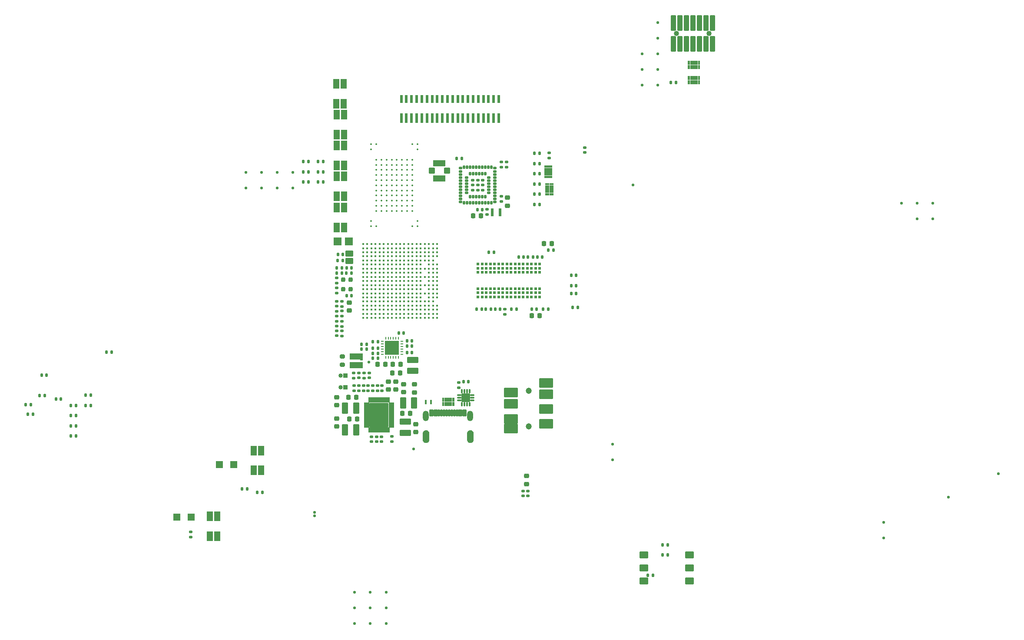
<source format=gbr>
%TF.GenerationSoftware,KiCad,Pcbnew,9.0.2*%
%TF.CreationDate,2025-06-19T13:39:27-06:00*%
%TF.ProjectId,MPU_MOD,4d50555f-4d4f-4442-9e6b-696361645f70,rev?*%
%TF.SameCoordinates,Original*%
%TF.FileFunction,Soldermask,Top*%
%TF.FilePolarity,Negative*%
%FSLAX46Y46*%
G04 Gerber Fmt 4.6, Leading zero omitted, Abs format (unit mm)*
G04 Created by KiCad (PCBNEW 9.0.2) date 2025-06-19 13:39:27*
%MOMM*%
%LPD*%
G01*
G04 APERTURE LIST*
G04 Aperture macros list*
%AMRoundRect*
0 Rectangle with rounded corners*
0 $1 Rounding radius*
0 $2 $3 $4 $5 $6 $7 $8 $9 X,Y pos of 4 corners*
0 Add a 4 corners polygon primitive as box body*
4,1,4,$2,$3,$4,$5,$6,$7,$8,$9,$2,$3,0*
0 Add four circle primitives for the rounded corners*
1,1,$1+$1,$2,$3*
1,1,$1+$1,$4,$5*
1,1,$1+$1,$6,$7*
1,1,$1+$1,$8,$9*
0 Add four rect primitives between the rounded corners*
20,1,$1+$1,$2,$3,$4,$5,0*
20,1,$1+$1,$4,$5,$6,$7,0*
20,1,$1+$1,$6,$7,$8,$9,0*
20,1,$1+$1,$8,$9,$2,$3,0*%
G04 Aperture macros list end*
%ADD10C,0.010000*%
%ADD11RoundRect,0.140000X-0.170000X0.140000X-0.170000X-0.140000X0.170000X-0.140000X0.170000X0.140000X0*%
%ADD12RoundRect,0.125000X-0.125000X-0.125000X0.125000X-0.125000X0.125000X0.125000X-0.125000X0.125000X0*%
%ADD13RoundRect,0.102000X-0.625000X0.500000X-0.625000X-0.500000X0.625000X-0.500000X0.625000X0.500000X0*%
%ADD14RoundRect,0.140000X0.170000X-0.140000X0.170000X0.140000X-0.170000X0.140000X-0.170000X-0.140000X0*%
%ADD15RoundRect,0.135000X-0.135000X-0.185000X0.135000X-0.185000X0.135000X0.185000X-0.135000X0.185000X0*%
%ADD16C,0.420000*%
%ADD17RoundRect,0.135000X-0.185000X0.135000X-0.185000X-0.135000X0.185000X-0.135000X0.185000X0.135000X0*%
%ADD18RoundRect,0.102000X-0.525000X0.825000X-0.525000X-0.825000X0.525000X-0.825000X0.525000X0.825000X0*%
%ADD19C,1.104000*%
%ADD20RoundRect,0.225000X-0.250000X0.225000X-0.250000X-0.225000X0.250000X-0.225000X0.250000X0.225000X0*%
%ADD21RoundRect,0.225000X-0.225000X-0.250000X0.225000X-0.250000X0.225000X0.250000X-0.225000X0.250000X0*%
%ADD22RoundRect,0.140000X0.140000X0.170000X-0.140000X0.170000X-0.140000X-0.170000X0.140000X-0.170000X0*%
%ADD23RoundRect,0.147500X-0.172500X0.147500X-0.172500X-0.147500X0.172500X-0.147500X0.172500X0.147500X0*%
%ADD24RoundRect,0.225000X0.225000X0.250000X-0.225000X0.250000X-0.225000X-0.250000X0.225000X-0.250000X0*%
%ADD25RoundRect,0.140000X-0.140000X-0.170000X0.140000X-0.170000X0.140000X0.170000X-0.140000X0.170000X0*%
%ADD26RoundRect,0.135000X0.135000X0.185000X-0.135000X0.185000X-0.135000X-0.185000X0.135000X-0.185000X0*%
%ADD27RoundRect,0.250000X0.375000X0.850000X-0.375000X0.850000X-0.375000X-0.850000X0.375000X-0.850000X0*%
%ADD28C,1.200000*%
%ADD29RoundRect,0.102000X-1.250000X-0.800000X1.250000X-0.800000X1.250000X0.800000X-1.250000X0.800000X0*%
%ADD30RoundRect,0.054250X0.467750X0.162750X-0.467750X0.162750X-0.467750X-0.162750X0.467750X-0.162750X0*%
%ADD31RoundRect,0.054250X0.162750X0.467750X-0.162750X0.467750X-0.162750X-0.467750X0.162750X-0.467750X0*%
%ADD32RoundRect,0.102000X1.750000X2.250000X-1.750000X2.250000X-1.750000X-2.250000X1.750000X-2.250000X0*%
%ADD33RoundRect,0.102000X0.302400X0.089300X-0.302400X0.089300X-0.302400X-0.089300X0.302400X-0.089300X0*%
%ADD34RoundRect,0.102000X0.089300X0.302400X-0.089300X0.302400X-0.089300X-0.302400X0.089300X-0.302400X0*%
%ADD35RoundRect,0.102000X0.723900X0.723900X-0.723900X0.723900X-0.723900X-0.723900X0.723900X-0.723900X0*%
%ADD36RoundRect,0.250000X-0.375000X-0.850000X0.375000X-0.850000X0.375000X0.850000X-0.375000X0.850000X0*%
%ADD37R,0.850000X0.850000*%
%ADD38C,0.850000*%
%ADD39RoundRect,0.076200X0.500000X-0.500000X0.500000X0.500000X-0.500000X0.500000X-0.500000X-0.500000X0*%
%ADD40RoundRect,0.076200X1.100000X-0.525000X1.100000X0.525000X-1.100000X0.525000X-1.100000X-0.525000X0*%
%ADD41RoundRect,0.250000X-0.850000X0.375000X-0.850000X-0.375000X0.850000X-0.375000X0.850000X0.375000X0*%
%ADD42RoundRect,0.102000X-0.600000X-0.600000X0.600000X-0.600000X0.600000X0.600000X-0.600000X0.600000X0*%
%ADD43R,0.600000X1.850000*%
%ADD44R,0.600000X1.650000*%
%ADD45RoundRect,0.135000X0.185000X-0.135000X0.185000X0.135000X-0.185000X0.135000X-0.185000X-0.135000X0*%
%ADD46RoundRect,0.102000X-0.700000X-0.700000X0.700000X-0.700000X0.700000X0.700000X-0.700000X0.700000X0*%
%ADD47RoundRect,0.125000X-0.125000X0.125000X-0.125000X-0.125000X0.125000X-0.125000X0.125000X0.125000X0*%
%ADD48RoundRect,0.225000X0.250000X-0.225000X0.250000X0.225000X-0.250000X0.225000X-0.250000X-0.225000X0*%
%ADD49R,0.406400X0.838200*%
%ADD50RoundRect,0.137500X0.137500X0.662500X-0.137500X0.662500X-0.137500X-0.662500X0.137500X-0.662500X0*%
%ADD51RoundRect,0.102000X0.225000X-0.150000X0.225000X0.150000X-0.225000X0.150000X-0.225000X-0.150000X0*%
%ADD52RoundRect,0.102000X0.150000X-0.225000X0.150000X0.225000X-0.150000X0.225000X-0.150000X-0.225000X0*%
%ADD53RoundRect,0.102000X-0.300000X-0.575000X0.300000X-0.575000X0.300000X0.575000X-0.300000X0.575000X0*%
%ADD54RoundRect,0.102000X-0.150000X-0.575000X0.150000X-0.575000X0.150000X0.575000X-0.150000X0.575000X0*%
%ADD55O,1.204000X2.004000*%
%ADD56RoundRect,0.218750X0.256250X-0.218750X0.256250X0.218750X-0.256250X0.218750X-0.256250X-0.218750X0*%
%ADD57RoundRect,0.200000X-0.200000X-0.250000X0.200000X-0.250000X0.200000X0.250000X-0.200000X0.250000X0*%
%ADD58RoundRect,0.147500X0.172500X-0.147500X0.172500X0.147500X-0.172500X0.147500X-0.172500X-0.147500X0*%
%ADD59C,0.620000*%
%ADD60RoundRect,0.200000X0.275000X-0.200000X0.275000X0.200000X-0.275000X0.200000X-0.275000X-0.200000X0*%
%ADD61RoundRect,0.102000X-0.750000X-0.550000X0.750000X-0.550000X0.750000X0.550000X-0.750000X0.550000X0*%
%ADD62RoundRect,0.016240X-0.215760X0.665760X-0.215760X-0.665760X0.215760X-0.665760X0.215760X0.665760X0*%
%ADD63RoundRect,0.016240X-0.215760X0.590760X-0.215760X-0.590760X0.215760X-0.590760X0.215760X0.590760X0*%
%ADD64O,0.240000X0.599999*%
%ADD65O,0.599999X0.240000*%
%ADD66R,2.700000X2.700000*%
%ADD67C,0.499999*%
%ADD68C,1.020000*%
%ADD69RoundRect,0.102000X-0.370000X-1.395000X0.370000X-1.395000X0.370000X1.395000X-0.370000X1.395000X0*%
%ADD70C,0.355600*%
G04 APERTURE END LIST*
D10*
%TO.C,U502*%
X110440000Y-46675900D02*
X109760000Y-46675900D01*
X109760000Y-46375900D01*
X110440000Y-46375900D01*
X110440000Y-46675900D01*
G36*
X110440000Y-46675900D02*
G01*
X109760000Y-46675900D01*
X109760000Y-46375900D01*
X110440000Y-46375900D01*
X110440000Y-46675900D01*
G37*
X110440000Y-47175900D02*
X109760000Y-47175900D01*
X109760000Y-46875900D01*
X110440000Y-46875900D01*
X110440000Y-47175900D01*
G36*
X110440000Y-47175900D02*
G01*
X109760000Y-47175900D01*
X109760000Y-46875900D01*
X110440000Y-46875900D01*
X110440000Y-47175900D01*
G37*
X110440000Y-47775900D02*
X109760000Y-47775900D01*
X109760000Y-47275900D01*
X110440000Y-47275900D01*
X110440000Y-47775900D01*
G36*
X110440000Y-47775900D02*
G01*
X109760000Y-47775900D01*
X109760000Y-47275900D01*
X110440000Y-47275900D01*
X110440000Y-47775900D01*
G37*
X110440000Y-48175900D02*
X109760000Y-48175900D01*
X109760000Y-47875900D01*
X110440000Y-47875900D01*
X110440000Y-48175900D01*
G36*
X110440000Y-48175900D02*
G01*
X109760000Y-48175900D01*
X109760000Y-47875900D01*
X110440000Y-47875900D01*
X110440000Y-48175900D01*
G37*
X110440000Y-48675900D02*
X109760000Y-48675900D01*
X109760000Y-48375900D01*
X110440000Y-48375900D01*
X110440000Y-48675900D01*
G36*
X110440000Y-48675900D02*
G01*
X109760000Y-48675900D01*
X109760000Y-48375900D01*
X110440000Y-48375900D01*
X110440000Y-48675900D01*
G37*
X111260000Y-46675900D02*
X110580000Y-46675900D01*
X110580000Y-46375900D01*
X111260000Y-46375900D01*
X111260000Y-46675900D01*
G36*
X111260000Y-46675900D02*
G01*
X110580000Y-46675900D01*
X110580000Y-46375900D01*
X111260000Y-46375900D01*
X111260000Y-46675900D01*
G37*
X111260000Y-47175900D02*
X110580000Y-47175900D01*
X110580000Y-46875900D01*
X111260000Y-46875900D01*
X111260000Y-47175900D01*
G36*
X111260000Y-47175900D02*
G01*
X110580000Y-47175900D01*
X110580000Y-46875900D01*
X111260000Y-46875900D01*
X111260000Y-47175900D01*
G37*
X111260000Y-47775900D02*
X110580000Y-47775900D01*
X110580000Y-47275900D01*
X111260000Y-47275900D01*
X111260000Y-47775900D01*
G36*
X111260000Y-47775900D02*
G01*
X110580000Y-47775900D01*
X110580000Y-47275900D01*
X111260000Y-47275900D01*
X111260000Y-47775900D01*
G37*
X111260000Y-48175900D02*
X110580000Y-48175900D01*
X110580000Y-47875900D01*
X111260000Y-47875900D01*
X111260000Y-48175900D01*
G36*
X111260000Y-48175900D02*
G01*
X110580000Y-48175900D01*
X110580000Y-47875900D01*
X111260000Y-47875900D01*
X111260000Y-48175900D01*
G37*
X111260000Y-48675900D02*
X110580000Y-48675900D01*
X110580000Y-48375900D01*
X111260000Y-48375900D01*
X111260000Y-48675900D01*
G36*
X111260000Y-48675900D02*
G01*
X110580000Y-48675900D01*
X110580000Y-48375900D01*
X111260000Y-48375900D01*
X111260000Y-48675900D01*
G37*
%TO.C,U503*%
X110623415Y-50075900D02*
X109943415Y-50075900D01*
X109943415Y-49775900D01*
X110623415Y-49775900D01*
X110623415Y-50075900D01*
G36*
X110623415Y-50075900D02*
G01*
X109943415Y-50075900D01*
X109943415Y-49775900D01*
X110623415Y-49775900D01*
X110623415Y-50075900D01*
G37*
X110623415Y-50575900D02*
X109943415Y-50575900D01*
X109943415Y-50275900D01*
X110623415Y-50275900D01*
X110623415Y-50575900D01*
G36*
X110623415Y-50575900D02*
G01*
X109943415Y-50575900D01*
X109943415Y-50275900D01*
X110623415Y-50275900D01*
X110623415Y-50575900D01*
G37*
X110623415Y-51175900D02*
X109943415Y-51175900D01*
X109943415Y-50675900D01*
X110623415Y-50675900D01*
X110623415Y-51175900D01*
G36*
X110623415Y-51175900D02*
G01*
X109943415Y-51175900D01*
X109943415Y-50675900D01*
X110623415Y-50675900D01*
X110623415Y-51175900D01*
G37*
X110623415Y-51575900D02*
X109943415Y-51575900D01*
X109943415Y-51275900D01*
X110623415Y-51275900D01*
X110623415Y-51575900D01*
G36*
X110623415Y-51575900D02*
G01*
X109943415Y-51575900D01*
X109943415Y-51275900D01*
X110623415Y-51275900D01*
X110623415Y-51575900D01*
G37*
X110623415Y-52075900D02*
X109943415Y-52075900D01*
X109943415Y-51775900D01*
X110623415Y-51775900D01*
X110623415Y-52075900D01*
G36*
X110623415Y-52075900D02*
G01*
X109943415Y-52075900D01*
X109943415Y-51775900D01*
X110623415Y-51775900D01*
X110623415Y-52075900D01*
G37*
X111443415Y-50075900D02*
X110763415Y-50075900D01*
X110763415Y-49775900D01*
X111443415Y-49775900D01*
X111443415Y-50075900D01*
G36*
X111443415Y-50075900D02*
G01*
X110763415Y-50075900D01*
X110763415Y-49775900D01*
X111443415Y-49775900D01*
X111443415Y-50075900D01*
G37*
X111443415Y-50575900D02*
X110763415Y-50575900D01*
X110763415Y-50275900D01*
X111443415Y-50275900D01*
X111443415Y-50575900D01*
G36*
X111443415Y-50575900D02*
G01*
X110763415Y-50575900D01*
X110763415Y-50275900D01*
X111443415Y-50275900D01*
X111443415Y-50575900D01*
G37*
X111443415Y-51175900D02*
X110763415Y-51175900D01*
X110763415Y-50675900D01*
X111443415Y-50675900D01*
X111443415Y-51175900D01*
G36*
X111443415Y-51175900D02*
G01*
X110763415Y-51175900D01*
X110763415Y-50675900D01*
X111443415Y-50675900D01*
X111443415Y-51175900D01*
G37*
X111443415Y-51575900D02*
X110763415Y-51575900D01*
X110763415Y-51275900D01*
X111443415Y-51275900D01*
X111443415Y-51575900D01*
G36*
X111443415Y-51575900D02*
G01*
X110763415Y-51575900D01*
X110763415Y-51275900D01*
X111443415Y-51275900D01*
X111443415Y-51575900D01*
G37*
X111443415Y-52075900D02*
X110763415Y-52075900D01*
X110763415Y-51775900D01*
X111443415Y-51775900D01*
X111443415Y-52075900D01*
G36*
X111443415Y-52075900D02*
G01*
X110763415Y-52075900D01*
X110763415Y-51775900D01*
X111443415Y-51775900D01*
X111443415Y-52075900D01*
G37*
%TO.C,U702*%
X138050000Y-29570000D02*
X137750000Y-29570000D01*
X137750000Y-28890000D01*
X138050000Y-28890000D01*
X138050000Y-29570000D01*
G36*
X138050000Y-29570000D02*
G01*
X137750000Y-29570000D01*
X137750000Y-28890000D01*
X138050000Y-28890000D01*
X138050000Y-29570000D01*
G37*
X138050000Y-30390000D02*
X137750000Y-30390000D01*
X137750000Y-29710000D01*
X138050000Y-29710000D01*
X138050000Y-30390000D01*
G36*
X138050000Y-30390000D02*
G01*
X137750000Y-30390000D01*
X137750000Y-29710000D01*
X138050000Y-29710000D01*
X138050000Y-30390000D01*
G37*
X138550000Y-29570000D02*
X138250000Y-29570000D01*
X138250000Y-28890000D01*
X138550000Y-28890000D01*
X138550000Y-29570000D01*
G36*
X138550000Y-29570000D02*
G01*
X138250000Y-29570000D01*
X138250000Y-28890000D01*
X138550000Y-28890000D01*
X138550000Y-29570000D01*
G37*
X138550000Y-30390000D02*
X138250000Y-30390000D01*
X138250000Y-29710000D01*
X138550000Y-29710000D01*
X138550000Y-30390000D01*
G36*
X138550000Y-30390000D02*
G01*
X138250000Y-30390000D01*
X138250000Y-29710000D01*
X138550000Y-29710000D01*
X138550000Y-30390000D01*
G37*
X139150000Y-29570000D02*
X138650000Y-29570000D01*
X138650000Y-28890000D01*
X139150000Y-28890000D01*
X139150000Y-29570000D01*
G36*
X139150000Y-29570000D02*
G01*
X138650000Y-29570000D01*
X138650000Y-28890000D01*
X139150000Y-28890000D01*
X139150000Y-29570000D01*
G37*
X139150000Y-30390000D02*
X138650000Y-30390000D01*
X138650000Y-29710000D01*
X139150000Y-29710000D01*
X139150000Y-30390000D01*
G36*
X139150000Y-30390000D02*
G01*
X138650000Y-30390000D01*
X138650000Y-29710000D01*
X139150000Y-29710000D01*
X139150000Y-30390000D01*
G37*
X139550000Y-29570000D02*
X139250000Y-29570000D01*
X139250000Y-28890000D01*
X139550000Y-28890000D01*
X139550000Y-29570000D01*
G36*
X139550000Y-29570000D02*
G01*
X139250000Y-29570000D01*
X139250000Y-28890000D01*
X139550000Y-28890000D01*
X139550000Y-29570000D01*
G37*
X139550000Y-30390000D02*
X139250000Y-30390000D01*
X139250000Y-29710000D01*
X139550000Y-29710000D01*
X139550000Y-30390000D01*
G36*
X139550000Y-30390000D02*
G01*
X139250000Y-30390000D01*
X139250000Y-29710000D01*
X139550000Y-29710000D01*
X139550000Y-30390000D01*
G37*
X140050000Y-29570000D02*
X139750000Y-29570000D01*
X139750000Y-28890000D01*
X140050000Y-28890000D01*
X140050000Y-29570000D01*
G36*
X140050000Y-29570000D02*
G01*
X139750000Y-29570000D01*
X139750000Y-28890000D01*
X140050000Y-28890000D01*
X140050000Y-29570000D01*
G37*
X140050000Y-30390000D02*
X139750000Y-30390000D01*
X139750000Y-29710000D01*
X140050000Y-29710000D01*
X140050000Y-30390000D01*
G36*
X140050000Y-30390000D02*
G01*
X139750000Y-30390000D01*
X139750000Y-29710000D01*
X140050000Y-29710000D01*
X140050000Y-30390000D01*
G37*
%TO.C,J801*%
X86711000Y-97988500D02*
X86743000Y-97990500D01*
X86774000Y-97994500D01*
X86805000Y-98000500D01*
X86835000Y-98007500D01*
X86865000Y-98016500D01*
X86895000Y-98027500D01*
X86924000Y-98039500D01*
X86952000Y-98052500D01*
X86980000Y-98067500D01*
X87007000Y-98084500D01*
X87033000Y-98102500D01*
X87058000Y-98121500D01*
X87081000Y-98141500D01*
X87104000Y-98163500D01*
X87126000Y-98186500D01*
X87146000Y-98209500D01*
X87165000Y-98234500D01*
X87183000Y-98260500D01*
X87200000Y-98287500D01*
X87215000Y-98315500D01*
X87228000Y-98343500D01*
X87240000Y-98372500D01*
X87251000Y-98402500D01*
X87260000Y-98432500D01*
X87267000Y-98462500D01*
X87273000Y-98493500D01*
X87277000Y-98524500D01*
X87279000Y-98556500D01*
X87280000Y-98587500D01*
X87280000Y-99187500D01*
X87280000Y-99787500D01*
X87279000Y-99818500D01*
X87277000Y-99850500D01*
X87273000Y-99881500D01*
X87267000Y-99912500D01*
X87260000Y-99942500D01*
X87251000Y-99972500D01*
X87240000Y-100002500D01*
X87228000Y-100031500D01*
X87215000Y-100059500D01*
X87200000Y-100087500D01*
X87183000Y-100114500D01*
X87165000Y-100140500D01*
X87146000Y-100165500D01*
X87126000Y-100188500D01*
X87104000Y-100211500D01*
X87081000Y-100233500D01*
X87058000Y-100253500D01*
X87033000Y-100272500D01*
X87007000Y-100290500D01*
X86980000Y-100307500D01*
X86952000Y-100322500D01*
X86924000Y-100335500D01*
X86895000Y-100347500D01*
X86865000Y-100358500D01*
X86835000Y-100367500D01*
X86805000Y-100374500D01*
X86774000Y-100380500D01*
X86743000Y-100384500D01*
X86711000Y-100386500D01*
X86680000Y-100387500D01*
X86649000Y-100386500D01*
X86617000Y-100384500D01*
X86586000Y-100380500D01*
X86555000Y-100374500D01*
X86525000Y-100367500D01*
X86495000Y-100358500D01*
X86465000Y-100347500D01*
X86436000Y-100335500D01*
X86408000Y-100322500D01*
X86380000Y-100307500D01*
X86353000Y-100290500D01*
X86327000Y-100272500D01*
X86302000Y-100253500D01*
X86279000Y-100233500D01*
X86256000Y-100211500D01*
X86234000Y-100188500D01*
X86214000Y-100165500D01*
X86195000Y-100140500D01*
X86177000Y-100114500D01*
X86160000Y-100087500D01*
X86145000Y-100059500D01*
X86132000Y-100031500D01*
X86120000Y-100002500D01*
X86109000Y-99972500D01*
X86100000Y-99942500D01*
X86093000Y-99912500D01*
X86087000Y-99881500D01*
X86083000Y-99850500D01*
X86081000Y-99818500D01*
X86080000Y-99787500D01*
X86080000Y-99187500D01*
X86080000Y-98587500D01*
X86081000Y-98556500D01*
X86083000Y-98524500D01*
X86087000Y-98493500D01*
X86093000Y-98462500D01*
X86100000Y-98432500D01*
X86109000Y-98402500D01*
X86120000Y-98372500D01*
X86132000Y-98343500D01*
X86145000Y-98315500D01*
X86160000Y-98287500D01*
X86177000Y-98260500D01*
X86195000Y-98234500D01*
X86214000Y-98209500D01*
X86234000Y-98186500D01*
X86256000Y-98163500D01*
X86279000Y-98141500D01*
X86302000Y-98121500D01*
X86327000Y-98102500D01*
X86353000Y-98084500D01*
X86380000Y-98067500D01*
X86408000Y-98052500D01*
X86436000Y-98039500D01*
X86465000Y-98027500D01*
X86495000Y-98016500D01*
X86525000Y-98007500D01*
X86555000Y-98000500D01*
X86586000Y-97994500D01*
X86617000Y-97990500D01*
X86649000Y-97988500D01*
X86680000Y-97987500D01*
X86711000Y-97988500D01*
G36*
X86711000Y-97988500D02*
G01*
X86743000Y-97990500D01*
X86774000Y-97994500D01*
X86805000Y-98000500D01*
X86835000Y-98007500D01*
X86865000Y-98016500D01*
X86895000Y-98027500D01*
X86924000Y-98039500D01*
X86952000Y-98052500D01*
X86980000Y-98067500D01*
X87007000Y-98084500D01*
X87033000Y-98102500D01*
X87058000Y-98121500D01*
X87081000Y-98141500D01*
X87104000Y-98163500D01*
X87126000Y-98186500D01*
X87146000Y-98209500D01*
X87165000Y-98234500D01*
X87183000Y-98260500D01*
X87200000Y-98287500D01*
X87215000Y-98315500D01*
X87228000Y-98343500D01*
X87240000Y-98372500D01*
X87251000Y-98402500D01*
X87260000Y-98432500D01*
X87267000Y-98462500D01*
X87273000Y-98493500D01*
X87277000Y-98524500D01*
X87279000Y-98556500D01*
X87280000Y-98587500D01*
X87280000Y-99187500D01*
X87280000Y-99787500D01*
X87279000Y-99818500D01*
X87277000Y-99850500D01*
X87273000Y-99881500D01*
X87267000Y-99912500D01*
X87260000Y-99942500D01*
X87251000Y-99972500D01*
X87240000Y-100002500D01*
X87228000Y-100031500D01*
X87215000Y-100059500D01*
X87200000Y-100087500D01*
X87183000Y-100114500D01*
X87165000Y-100140500D01*
X87146000Y-100165500D01*
X87126000Y-100188500D01*
X87104000Y-100211500D01*
X87081000Y-100233500D01*
X87058000Y-100253500D01*
X87033000Y-100272500D01*
X87007000Y-100290500D01*
X86980000Y-100307500D01*
X86952000Y-100322500D01*
X86924000Y-100335500D01*
X86895000Y-100347500D01*
X86865000Y-100358500D01*
X86835000Y-100367500D01*
X86805000Y-100374500D01*
X86774000Y-100380500D01*
X86743000Y-100384500D01*
X86711000Y-100386500D01*
X86680000Y-100387500D01*
X86649000Y-100386500D01*
X86617000Y-100384500D01*
X86586000Y-100380500D01*
X86555000Y-100374500D01*
X86525000Y-100367500D01*
X86495000Y-100358500D01*
X86465000Y-100347500D01*
X86436000Y-100335500D01*
X86408000Y-100322500D01*
X86380000Y-100307500D01*
X86353000Y-100290500D01*
X86327000Y-100272500D01*
X86302000Y-100253500D01*
X86279000Y-100233500D01*
X86256000Y-100211500D01*
X86234000Y-100188500D01*
X86214000Y-100165500D01*
X86195000Y-100140500D01*
X86177000Y-100114500D01*
X86160000Y-100087500D01*
X86145000Y-100059500D01*
X86132000Y-100031500D01*
X86120000Y-100002500D01*
X86109000Y-99972500D01*
X86100000Y-99942500D01*
X86093000Y-99912500D01*
X86087000Y-99881500D01*
X86083000Y-99850500D01*
X86081000Y-99818500D01*
X86080000Y-99787500D01*
X86080000Y-99187500D01*
X86080000Y-98587500D01*
X86081000Y-98556500D01*
X86083000Y-98524500D01*
X86087000Y-98493500D01*
X86093000Y-98462500D01*
X86100000Y-98432500D01*
X86109000Y-98402500D01*
X86120000Y-98372500D01*
X86132000Y-98343500D01*
X86145000Y-98315500D01*
X86160000Y-98287500D01*
X86177000Y-98260500D01*
X86195000Y-98234500D01*
X86214000Y-98209500D01*
X86234000Y-98186500D01*
X86256000Y-98163500D01*
X86279000Y-98141500D01*
X86302000Y-98121500D01*
X86327000Y-98102500D01*
X86353000Y-98084500D01*
X86380000Y-98067500D01*
X86408000Y-98052500D01*
X86436000Y-98039500D01*
X86465000Y-98027500D01*
X86495000Y-98016500D01*
X86525000Y-98007500D01*
X86555000Y-98000500D01*
X86586000Y-97994500D01*
X86617000Y-97990500D01*
X86649000Y-97988500D01*
X86680000Y-97987500D01*
X86711000Y-97988500D01*
G37*
X95351000Y-97988500D02*
X95383000Y-97990500D01*
X95414000Y-97994500D01*
X95445000Y-98000500D01*
X95475000Y-98007500D01*
X95505000Y-98016500D01*
X95535000Y-98027500D01*
X95564000Y-98039500D01*
X95592000Y-98052500D01*
X95620000Y-98067500D01*
X95647000Y-98084500D01*
X95673000Y-98102500D01*
X95698000Y-98121500D01*
X95721000Y-98141500D01*
X95744000Y-98163500D01*
X95766000Y-98186500D01*
X95786000Y-98209500D01*
X95805000Y-98234500D01*
X95823000Y-98260500D01*
X95840000Y-98287500D01*
X95855000Y-98315500D01*
X95868000Y-98343500D01*
X95880000Y-98372500D01*
X95891000Y-98402500D01*
X95900000Y-98432500D01*
X95907000Y-98462500D01*
X95913000Y-98493500D01*
X95917000Y-98524500D01*
X95919000Y-98556500D01*
X95920000Y-98587500D01*
X95920000Y-99187500D01*
X95920000Y-99787500D01*
X95919000Y-99818500D01*
X95917000Y-99850500D01*
X95913000Y-99881500D01*
X95907000Y-99912500D01*
X95900000Y-99942500D01*
X95891000Y-99972500D01*
X95880000Y-100002500D01*
X95868000Y-100031500D01*
X95855000Y-100059500D01*
X95840000Y-100087500D01*
X95823000Y-100114500D01*
X95805000Y-100140500D01*
X95786000Y-100165500D01*
X95766000Y-100188500D01*
X95744000Y-100211500D01*
X95721000Y-100233500D01*
X95698000Y-100253500D01*
X95673000Y-100272500D01*
X95647000Y-100290500D01*
X95620000Y-100307500D01*
X95592000Y-100322500D01*
X95564000Y-100335500D01*
X95535000Y-100347500D01*
X95505000Y-100358500D01*
X95475000Y-100367500D01*
X95445000Y-100374500D01*
X95414000Y-100380500D01*
X95383000Y-100384500D01*
X95351000Y-100386500D01*
X95320000Y-100387500D01*
X95289000Y-100386500D01*
X95257000Y-100384500D01*
X95226000Y-100380500D01*
X95195000Y-100374500D01*
X95165000Y-100367500D01*
X95135000Y-100358500D01*
X95105000Y-100347500D01*
X95076000Y-100335500D01*
X95048000Y-100322500D01*
X95020000Y-100307500D01*
X94993000Y-100290500D01*
X94967000Y-100272500D01*
X94942000Y-100253500D01*
X94919000Y-100233500D01*
X94896000Y-100211500D01*
X94874000Y-100188500D01*
X94854000Y-100165500D01*
X94835000Y-100140500D01*
X94817000Y-100114500D01*
X94800000Y-100087500D01*
X94785000Y-100059500D01*
X94772000Y-100031500D01*
X94760000Y-100002500D01*
X94749000Y-99972500D01*
X94740000Y-99942500D01*
X94733000Y-99912500D01*
X94727000Y-99881500D01*
X94723000Y-99850500D01*
X94721000Y-99818500D01*
X94720000Y-99787500D01*
X94720000Y-99187500D01*
X94720000Y-98587500D01*
X94721000Y-98556500D01*
X94723000Y-98524500D01*
X94727000Y-98493500D01*
X94733000Y-98462500D01*
X94740000Y-98432500D01*
X94749000Y-98402500D01*
X94760000Y-98372500D01*
X94772000Y-98343500D01*
X94785000Y-98315500D01*
X94800000Y-98287500D01*
X94817000Y-98260500D01*
X94835000Y-98234500D01*
X94854000Y-98209500D01*
X94874000Y-98186500D01*
X94896000Y-98163500D01*
X94919000Y-98141500D01*
X94942000Y-98121500D01*
X94967000Y-98102500D01*
X94993000Y-98084500D01*
X95020000Y-98067500D01*
X95048000Y-98052500D01*
X95076000Y-98039500D01*
X95105000Y-98027500D01*
X95135000Y-98016500D01*
X95165000Y-98007500D01*
X95195000Y-98000500D01*
X95226000Y-97994500D01*
X95257000Y-97990500D01*
X95289000Y-97988500D01*
X95320000Y-97987500D01*
X95351000Y-97988500D01*
G36*
X95351000Y-97988500D02*
G01*
X95383000Y-97990500D01*
X95414000Y-97994500D01*
X95445000Y-98000500D01*
X95475000Y-98007500D01*
X95505000Y-98016500D01*
X95535000Y-98027500D01*
X95564000Y-98039500D01*
X95592000Y-98052500D01*
X95620000Y-98067500D01*
X95647000Y-98084500D01*
X95673000Y-98102500D01*
X95698000Y-98121500D01*
X95721000Y-98141500D01*
X95744000Y-98163500D01*
X95766000Y-98186500D01*
X95786000Y-98209500D01*
X95805000Y-98234500D01*
X95823000Y-98260500D01*
X95840000Y-98287500D01*
X95855000Y-98315500D01*
X95868000Y-98343500D01*
X95880000Y-98372500D01*
X95891000Y-98402500D01*
X95900000Y-98432500D01*
X95907000Y-98462500D01*
X95913000Y-98493500D01*
X95917000Y-98524500D01*
X95919000Y-98556500D01*
X95920000Y-98587500D01*
X95920000Y-99187500D01*
X95920000Y-99787500D01*
X95919000Y-99818500D01*
X95917000Y-99850500D01*
X95913000Y-99881500D01*
X95907000Y-99912500D01*
X95900000Y-99942500D01*
X95891000Y-99972500D01*
X95880000Y-100002500D01*
X95868000Y-100031500D01*
X95855000Y-100059500D01*
X95840000Y-100087500D01*
X95823000Y-100114500D01*
X95805000Y-100140500D01*
X95786000Y-100165500D01*
X95766000Y-100188500D01*
X95744000Y-100211500D01*
X95721000Y-100233500D01*
X95698000Y-100253500D01*
X95673000Y-100272500D01*
X95647000Y-100290500D01*
X95620000Y-100307500D01*
X95592000Y-100322500D01*
X95564000Y-100335500D01*
X95535000Y-100347500D01*
X95505000Y-100358500D01*
X95475000Y-100367500D01*
X95445000Y-100374500D01*
X95414000Y-100380500D01*
X95383000Y-100384500D01*
X95351000Y-100386500D01*
X95320000Y-100387500D01*
X95289000Y-100386500D01*
X95257000Y-100384500D01*
X95226000Y-100380500D01*
X95195000Y-100374500D01*
X95165000Y-100367500D01*
X95135000Y-100358500D01*
X95105000Y-100347500D01*
X95076000Y-100335500D01*
X95048000Y-100322500D01*
X95020000Y-100307500D01*
X94993000Y-100290500D01*
X94967000Y-100272500D01*
X94942000Y-100253500D01*
X94919000Y-100233500D01*
X94896000Y-100211500D01*
X94874000Y-100188500D01*
X94854000Y-100165500D01*
X94835000Y-100140500D01*
X94817000Y-100114500D01*
X94800000Y-100087500D01*
X94785000Y-100059500D01*
X94772000Y-100031500D01*
X94760000Y-100002500D01*
X94749000Y-99972500D01*
X94740000Y-99942500D01*
X94733000Y-99912500D01*
X94727000Y-99881500D01*
X94723000Y-99850500D01*
X94721000Y-99818500D01*
X94720000Y-99787500D01*
X94720000Y-99187500D01*
X94720000Y-98587500D01*
X94721000Y-98556500D01*
X94723000Y-98524500D01*
X94727000Y-98493500D01*
X94733000Y-98462500D01*
X94740000Y-98432500D01*
X94749000Y-98402500D01*
X94760000Y-98372500D01*
X94772000Y-98343500D01*
X94785000Y-98315500D01*
X94800000Y-98287500D01*
X94817000Y-98260500D01*
X94835000Y-98234500D01*
X94854000Y-98209500D01*
X94874000Y-98186500D01*
X94896000Y-98163500D01*
X94919000Y-98141500D01*
X94942000Y-98121500D01*
X94967000Y-98102500D01*
X94993000Y-98084500D01*
X95020000Y-98067500D01*
X95048000Y-98052500D01*
X95076000Y-98039500D01*
X95105000Y-98027500D01*
X95135000Y-98016500D01*
X95165000Y-98007500D01*
X95195000Y-98000500D01*
X95226000Y-97994500D01*
X95257000Y-97990500D01*
X95289000Y-97988500D01*
X95320000Y-97987500D01*
X95351000Y-97988500D01*
G37*
%TO.C,U802*%
X90150000Y-92307500D02*
X89850000Y-92307500D01*
X89850000Y-91627500D01*
X90150000Y-91627500D01*
X90150000Y-92307500D01*
G36*
X90150000Y-92307500D02*
G01*
X89850000Y-92307500D01*
X89850000Y-91627500D01*
X90150000Y-91627500D01*
X90150000Y-92307500D01*
G37*
X90150000Y-93127500D02*
X89850000Y-93127500D01*
X89850000Y-92447500D01*
X90150000Y-92447500D01*
X90150000Y-93127500D01*
G36*
X90150000Y-93127500D02*
G01*
X89850000Y-93127500D01*
X89850000Y-92447500D01*
X90150000Y-92447500D01*
X90150000Y-93127500D01*
G37*
X90650000Y-92307500D02*
X90350000Y-92307500D01*
X90350000Y-91627500D01*
X90650000Y-91627500D01*
X90650000Y-92307500D01*
G36*
X90650000Y-92307500D02*
G01*
X90350000Y-92307500D01*
X90350000Y-91627500D01*
X90650000Y-91627500D01*
X90650000Y-92307500D01*
G37*
X90650000Y-93127500D02*
X90350000Y-93127500D01*
X90350000Y-92447500D01*
X90650000Y-92447500D01*
X90650000Y-93127500D01*
G36*
X90650000Y-93127500D02*
G01*
X90350000Y-93127500D01*
X90350000Y-92447500D01*
X90650000Y-92447500D01*
X90650000Y-93127500D01*
G37*
X91250000Y-92307500D02*
X90750000Y-92307500D01*
X90750000Y-91627500D01*
X91250000Y-91627500D01*
X91250000Y-92307500D01*
G36*
X91250000Y-92307500D02*
G01*
X90750000Y-92307500D01*
X90750000Y-91627500D01*
X91250000Y-91627500D01*
X91250000Y-92307500D01*
G37*
X91250000Y-93127500D02*
X90750000Y-93127500D01*
X90750000Y-92447500D01*
X91250000Y-92447500D01*
X91250000Y-93127500D01*
G36*
X91250000Y-93127500D02*
G01*
X90750000Y-93127500D01*
X90750000Y-92447500D01*
X91250000Y-92447500D01*
X91250000Y-93127500D01*
G37*
X91650000Y-92307500D02*
X91350000Y-92307500D01*
X91350000Y-91627500D01*
X91650000Y-91627500D01*
X91650000Y-92307500D01*
G36*
X91650000Y-92307500D02*
G01*
X91350000Y-92307500D01*
X91350000Y-91627500D01*
X91650000Y-91627500D01*
X91650000Y-92307500D01*
G37*
X91650000Y-93127500D02*
X91350000Y-93127500D01*
X91350000Y-92447500D01*
X91650000Y-92447500D01*
X91650000Y-93127500D01*
G36*
X91650000Y-93127500D02*
G01*
X91350000Y-93127500D01*
X91350000Y-92447500D01*
X91650000Y-92447500D01*
X91650000Y-93127500D01*
G37*
X92150000Y-92307500D02*
X91850000Y-92307500D01*
X91850000Y-91627500D01*
X92150000Y-91627500D01*
X92150000Y-92307500D01*
G36*
X92150000Y-92307500D02*
G01*
X91850000Y-92307500D01*
X91850000Y-91627500D01*
X92150000Y-91627500D01*
X92150000Y-92307500D01*
G37*
X92150000Y-93127500D02*
X91850000Y-93127500D01*
X91850000Y-92447500D01*
X92150000Y-92447500D01*
X92150000Y-93127500D01*
G36*
X92150000Y-93127500D02*
G01*
X91850000Y-93127500D01*
X91850000Y-92447500D01*
X92150000Y-92447500D01*
X92150000Y-93127500D01*
G37*
%TO.C,U701*%
X138050000Y-26620000D02*
X137750000Y-26620000D01*
X137750000Y-25940000D01*
X138050000Y-25940000D01*
X138050000Y-26620000D01*
G36*
X138050000Y-26620000D02*
G01*
X137750000Y-26620000D01*
X137750000Y-25940000D01*
X138050000Y-25940000D01*
X138050000Y-26620000D01*
G37*
X138050000Y-27440000D02*
X137750000Y-27440000D01*
X137750000Y-26760000D01*
X138050000Y-26760000D01*
X138050000Y-27440000D01*
G36*
X138050000Y-27440000D02*
G01*
X137750000Y-27440000D01*
X137750000Y-26760000D01*
X138050000Y-26760000D01*
X138050000Y-27440000D01*
G37*
X138550000Y-26620000D02*
X138250000Y-26620000D01*
X138250000Y-25940000D01*
X138550000Y-25940000D01*
X138550000Y-26620000D01*
G36*
X138550000Y-26620000D02*
G01*
X138250000Y-26620000D01*
X138250000Y-25940000D01*
X138550000Y-25940000D01*
X138550000Y-26620000D01*
G37*
X138550000Y-27440000D02*
X138250000Y-27440000D01*
X138250000Y-26760000D01*
X138550000Y-26760000D01*
X138550000Y-27440000D01*
G36*
X138550000Y-27440000D02*
G01*
X138250000Y-27440000D01*
X138250000Y-26760000D01*
X138550000Y-26760000D01*
X138550000Y-27440000D01*
G37*
X139150000Y-26620000D02*
X138650000Y-26620000D01*
X138650000Y-25940000D01*
X139150000Y-25940000D01*
X139150000Y-26620000D01*
G36*
X139150000Y-26620000D02*
G01*
X138650000Y-26620000D01*
X138650000Y-25940000D01*
X139150000Y-25940000D01*
X139150000Y-26620000D01*
G37*
X139150000Y-27440000D02*
X138650000Y-27440000D01*
X138650000Y-26760000D01*
X139150000Y-26760000D01*
X139150000Y-27440000D01*
G36*
X139150000Y-27440000D02*
G01*
X138650000Y-27440000D01*
X138650000Y-26760000D01*
X139150000Y-26760000D01*
X139150000Y-27440000D01*
G37*
X139550000Y-26620000D02*
X139250000Y-26620000D01*
X139250000Y-25940000D01*
X139550000Y-25940000D01*
X139550000Y-26620000D01*
G36*
X139550000Y-26620000D02*
G01*
X139250000Y-26620000D01*
X139250000Y-25940000D01*
X139550000Y-25940000D01*
X139550000Y-26620000D01*
G37*
X139550000Y-27440000D02*
X139250000Y-27440000D01*
X139250000Y-26760000D01*
X139550000Y-26760000D01*
X139550000Y-27440000D01*
G36*
X139550000Y-27440000D02*
G01*
X139250000Y-27440000D01*
X139250000Y-26760000D01*
X139550000Y-26760000D01*
X139550000Y-27440000D01*
G37*
X140050000Y-26620000D02*
X139750000Y-26620000D01*
X139750000Y-25940000D01*
X140050000Y-25940000D01*
X140050000Y-26620000D01*
G36*
X140050000Y-26620000D02*
G01*
X139750000Y-26620000D01*
X139750000Y-25940000D01*
X140050000Y-25940000D01*
X140050000Y-26620000D01*
G37*
X140050000Y-27440000D02*
X139750000Y-27440000D01*
X139750000Y-26760000D01*
X140050000Y-26760000D01*
X140050000Y-27440000D01*
G36*
X140050000Y-27440000D02*
G01*
X139750000Y-27440000D01*
X139750000Y-26760000D01*
X140050000Y-26760000D01*
X140050000Y-27440000D01*
G37*
%TD*%
D11*
%TO.C,C216*%
X73650000Y-89283207D03*
X73650000Y-90243207D03*
%TD*%
D12*
%TO.C,TP601*%
X198250000Y-106430000D03*
%TD*%
D13*
%TO.C,Y601*%
X71800000Y-63500000D03*
X71800000Y-65000000D03*
%TD*%
D12*
%TO.C,TP212*%
X78925000Y-135660000D03*
%TD*%
D14*
%TO.C,C210*%
X40900000Y-118800000D03*
X40900000Y-117840000D03*
%TD*%
D15*
%TO.C,R709*%
X132832500Y-120320000D03*
X133852500Y-120320000D03*
%TD*%
D16*
%TO.C,U301*%
X74473415Y-61677400D03*
X75273415Y-61677400D03*
X76073415Y-61677400D03*
X76873415Y-61677400D03*
X77673415Y-61677400D03*
X78473415Y-61677400D03*
X79273415Y-61677400D03*
X80073415Y-61677400D03*
X80873415Y-61677400D03*
X81673415Y-61677400D03*
X82473415Y-61677400D03*
X83273415Y-61677400D03*
X84073415Y-61677400D03*
X84873415Y-61677400D03*
X85673415Y-61677400D03*
X86473415Y-61677400D03*
X87273415Y-61677400D03*
X88073415Y-61677400D03*
X88873415Y-61677400D03*
X74473415Y-62477400D03*
X75273415Y-62477400D03*
X76073415Y-62477400D03*
X76873415Y-62477400D03*
X77673415Y-62477400D03*
X78473415Y-62477400D03*
X79273415Y-62477400D03*
X80073415Y-62477400D03*
X80873415Y-62477400D03*
X81673415Y-62477400D03*
X82473415Y-62477400D03*
X83273415Y-62477400D03*
X84073415Y-62477400D03*
X84873415Y-62477400D03*
X85673415Y-62477400D03*
X86473415Y-62477400D03*
X87273415Y-62477400D03*
X88073415Y-62477400D03*
X88873415Y-62477400D03*
X74473415Y-63277400D03*
X75273415Y-63277400D03*
X76073415Y-63277400D03*
X76873415Y-63277400D03*
X77673415Y-63277400D03*
X78473415Y-63277400D03*
X79273415Y-63277400D03*
X80073415Y-63277400D03*
X80873415Y-63277400D03*
X81673415Y-63277400D03*
X82473415Y-63277400D03*
X83273415Y-63277400D03*
X84073415Y-63277400D03*
X84873415Y-63277400D03*
X85673415Y-63277400D03*
X86473415Y-63277400D03*
X87273415Y-63277400D03*
X88073415Y-63277400D03*
X88873415Y-63277400D03*
X74473415Y-64077400D03*
X75273415Y-64077400D03*
X76073415Y-64077400D03*
X76873415Y-64077400D03*
X77673415Y-64077400D03*
X78473415Y-64077400D03*
X79273415Y-64077400D03*
X80073415Y-64077400D03*
X80873415Y-64077400D03*
X81673415Y-64077400D03*
X82473415Y-64077400D03*
X83273415Y-64077400D03*
X84073415Y-64077400D03*
X84873415Y-64077400D03*
X85673415Y-64077400D03*
X86473415Y-64077400D03*
X87273415Y-64077400D03*
X88073415Y-64077400D03*
X88873415Y-64077400D03*
X74473415Y-64877400D03*
X75273415Y-64877400D03*
X76073415Y-64877400D03*
X76873415Y-64877400D03*
X77673415Y-64877400D03*
X78473415Y-64877400D03*
X79273415Y-64877400D03*
X80073415Y-64877400D03*
X80873415Y-64877400D03*
X81673415Y-64877400D03*
X82473415Y-64877400D03*
X83273415Y-64877400D03*
X84073415Y-64877400D03*
X84873415Y-64877400D03*
X85673415Y-64877400D03*
X86473415Y-64877400D03*
X87273415Y-64877400D03*
X88073415Y-64877400D03*
X74473415Y-65677400D03*
X75273415Y-65677400D03*
X76073415Y-65677400D03*
X76873415Y-65677400D03*
X77673415Y-65677400D03*
X78473415Y-65677400D03*
X79273415Y-65677400D03*
X80073415Y-65677400D03*
X80873415Y-65677400D03*
X81673415Y-65677400D03*
X82473415Y-65677400D03*
X83273415Y-65677400D03*
X84073415Y-65677400D03*
X84873415Y-65677400D03*
X85673415Y-65677400D03*
X87273415Y-65677400D03*
X88073415Y-65677400D03*
X88873415Y-65677400D03*
X74473415Y-66477400D03*
X75273415Y-66477400D03*
X76073415Y-66477400D03*
X76873415Y-66477400D03*
X77673415Y-66477400D03*
X78473415Y-66477400D03*
X79273415Y-66477400D03*
X80073415Y-66477400D03*
X80873415Y-66477400D03*
X81673415Y-66477400D03*
X82473415Y-66477400D03*
X83273415Y-66477400D03*
X84073415Y-66477400D03*
X84873415Y-66477400D03*
X85673415Y-66477400D03*
X86473415Y-66477400D03*
X87273415Y-66477400D03*
X88073415Y-66477400D03*
X88873415Y-66477400D03*
X74473415Y-67277400D03*
X75273415Y-67277400D03*
X76073415Y-67277400D03*
X76873415Y-67277400D03*
X77673415Y-67277400D03*
X78473415Y-67277400D03*
X79273415Y-67277400D03*
X80073415Y-67277400D03*
X80873415Y-67277400D03*
X81673415Y-67277400D03*
X82473415Y-67277400D03*
X83273415Y-67277400D03*
X84073415Y-67277400D03*
X84873415Y-67277400D03*
X85673415Y-67277400D03*
X87273415Y-67277400D03*
X88073415Y-67277400D03*
X88873415Y-67277400D03*
X74473415Y-68077400D03*
X75273415Y-68077400D03*
X76073415Y-68077400D03*
X76873415Y-68077400D03*
X77673415Y-68077400D03*
X78473415Y-68077400D03*
X79273415Y-68077400D03*
X80073415Y-68077400D03*
X80873415Y-68077400D03*
X81673415Y-68077400D03*
X82473415Y-68077400D03*
X83273415Y-68077400D03*
X84073415Y-68077400D03*
X84873415Y-68077400D03*
X85673415Y-68077400D03*
X86473415Y-68077400D03*
X87273415Y-68077400D03*
X88073415Y-68077400D03*
X88873415Y-68077400D03*
X74473415Y-68877400D03*
X75273415Y-68877400D03*
X76073415Y-68877400D03*
X76873415Y-68877400D03*
X77673415Y-68877400D03*
X78473415Y-68877400D03*
X79273415Y-68877400D03*
X80073415Y-68877400D03*
X80873415Y-68877400D03*
X81673415Y-68877400D03*
X82473415Y-68877400D03*
X83273415Y-68877400D03*
X84073415Y-68877400D03*
X84873415Y-68877400D03*
X85673415Y-68877400D03*
X87273415Y-68877400D03*
X88073415Y-68877400D03*
X88873415Y-68877400D03*
X74473415Y-69677400D03*
X75273415Y-69677400D03*
X76073415Y-69677400D03*
X76873415Y-69677400D03*
X77673415Y-69677400D03*
X78473415Y-69677400D03*
X79273415Y-69677400D03*
X80073415Y-69677400D03*
X80873415Y-69677400D03*
X81673415Y-69677400D03*
X82473415Y-69677400D03*
X83273415Y-69677400D03*
X84073415Y-69677400D03*
X84873415Y-69677400D03*
X85673415Y-69677400D03*
X86473415Y-69677400D03*
X87273415Y-69677400D03*
X88073415Y-69677400D03*
X88873415Y-69677400D03*
X74473415Y-70477400D03*
X75273415Y-70477400D03*
X76073415Y-70477400D03*
X76873415Y-70477400D03*
X77673415Y-70477400D03*
X78473415Y-70477400D03*
X79273415Y-70477400D03*
X80073415Y-70477400D03*
X80873415Y-70477400D03*
X81673415Y-70477400D03*
X82473415Y-70477400D03*
X83273415Y-70477400D03*
X84073415Y-70477400D03*
X84873415Y-70477400D03*
X85673415Y-70477400D03*
X87273415Y-70477400D03*
X88073415Y-70477400D03*
X88873415Y-70477400D03*
X74473415Y-71277400D03*
X75273415Y-71277400D03*
X76073415Y-71277400D03*
X76873415Y-71277400D03*
X77673415Y-71277400D03*
X78473415Y-71277400D03*
X79273415Y-71277400D03*
X80073415Y-71277400D03*
X80873415Y-71277400D03*
X81673415Y-71277400D03*
X82473415Y-71277400D03*
X83273415Y-71277400D03*
X84073415Y-71277400D03*
X84873415Y-71277400D03*
X85673415Y-71277400D03*
X86473415Y-71277400D03*
X87273415Y-71277400D03*
X88073415Y-71277400D03*
X88873415Y-71277400D03*
X74473415Y-72077400D03*
X75273415Y-72077400D03*
X76073415Y-72077400D03*
X76873415Y-72077400D03*
X77673415Y-72077400D03*
X78473415Y-72077400D03*
X79273415Y-72077400D03*
X80073415Y-72077400D03*
X80873415Y-72077400D03*
X81673415Y-72077400D03*
X82473415Y-72077400D03*
X83273415Y-72077400D03*
X84073415Y-72077400D03*
X84873415Y-72077400D03*
X85673415Y-72077400D03*
X87273415Y-72077400D03*
X88073415Y-72077400D03*
X88873415Y-72077400D03*
X74473415Y-72877400D03*
X75273415Y-72877400D03*
X76073415Y-72877400D03*
X76873415Y-72877400D03*
X77673415Y-72877400D03*
X78473415Y-72877400D03*
X79273415Y-72877400D03*
X80073415Y-72877400D03*
X80873415Y-72877400D03*
X81673415Y-72877400D03*
X82473415Y-72877400D03*
X83273415Y-72877400D03*
X84073415Y-72877400D03*
X84873415Y-72877400D03*
X85673415Y-72877400D03*
X86473415Y-72877400D03*
X87273415Y-72877400D03*
X88073415Y-72877400D03*
X74473415Y-73677400D03*
X75273415Y-73677400D03*
X76073415Y-73677400D03*
X76873415Y-73677400D03*
X77673415Y-73677400D03*
X78473415Y-73677400D03*
X79273415Y-73677400D03*
X80073415Y-73677400D03*
X80873415Y-73677400D03*
X81673415Y-73677400D03*
X82473415Y-73677400D03*
X83273415Y-73677400D03*
X84073415Y-73677400D03*
X84873415Y-73677400D03*
X85673415Y-73677400D03*
X86473415Y-73677400D03*
X87273415Y-73677400D03*
X88073415Y-73677400D03*
X88873415Y-73677400D03*
X74473415Y-74477400D03*
X75273415Y-74477400D03*
X76073415Y-74477400D03*
X76873415Y-74477400D03*
X77673415Y-74477400D03*
X78473415Y-74477400D03*
X79273415Y-74477400D03*
X80073415Y-74477400D03*
X80873415Y-74477400D03*
X81673415Y-74477400D03*
X82473415Y-74477400D03*
X83273415Y-74477400D03*
X84073415Y-74477400D03*
X84873415Y-74477400D03*
X85673415Y-74477400D03*
X86473415Y-74477400D03*
X87273415Y-74477400D03*
X88073415Y-74477400D03*
X88873415Y-74477400D03*
X74473415Y-75277400D03*
X75273415Y-75277400D03*
X76073415Y-75277400D03*
X76873415Y-75277400D03*
X77673415Y-75277400D03*
X78473415Y-75277400D03*
X79273415Y-75277400D03*
X80073415Y-75277400D03*
X80873415Y-75277400D03*
X81673415Y-75277400D03*
X82473415Y-75277400D03*
X83273415Y-75277400D03*
X84073415Y-75277400D03*
X84873415Y-75277400D03*
X85673415Y-75277400D03*
X86473415Y-75277400D03*
X87273415Y-75277400D03*
X88073415Y-75277400D03*
X88873415Y-75277400D03*
X74473415Y-76077400D03*
X75273415Y-76077400D03*
X76073415Y-76077400D03*
X76873415Y-76077400D03*
X77673415Y-76077400D03*
X78473415Y-76077400D03*
X79273415Y-76077400D03*
X80073415Y-76077400D03*
X80873415Y-76077400D03*
X81673415Y-76077400D03*
X82473415Y-76077400D03*
X83273415Y-76077400D03*
X84073415Y-76077400D03*
X84873415Y-76077400D03*
X85673415Y-76077400D03*
X86473415Y-76077400D03*
X87273415Y-76077400D03*
X88073415Y-76077400D03*
X88873415Y-76077400D03*
%TD*%
D12*
%TO.C,TP908*%
X60750000Y-50750000D03*
%TD*%
D15*
%TO.C,R905*%
X62790000Y-47600000D03*
X63810000Y-47600000D03*
%TD*%
D14*
%TO.C,C901*%
X98617500Y-55885000D03*
X98617500Y-54925000D03*
%TD*%
D12*
%TO.C,TP901*%
X51600000Y-47700000D03*
%TD*%
D17*
%TO.C,R215*%
X80075000Y-99178207D03*
X80075000Y-100198207D03*
%TD*%
D15*
%TO.C,R705*%
X17500000Y-99090000D03*
X18520000Y-99090000D03*
%TD*%
D18*
%TO.C,S601*%
X70750000Y-54562500D03*
X70750000Y-58412500D03*
X69300000Y-54562500D03*
X69300000Y-58412500D03*
D19*
X69225000Y-54462500D03*
X69225000Y-58512500D03*
%TD*%
D12*
%TO.C,TP207*%
X75875000Y-129560000D03*
%TD*%
D20*
%TO.C,C228*%
X84500000Y-89038207D03*
X84500000Y-90588207D03*
%TD*%
%TO.C,C227*%
X84750000Y-96788207D03*
X84750000Y-98338207D03*
%TD*%
D21*
%TO.C,C213*%
X71775000Y-95788207D03*
X73325000Y-95788207D03*
%TD*%
D12*
%TO.C,TP903*%
X54650000Y-47700000D03*
%TD*%
D22*
%TO.C,C235*%
X84000000Y-81550000D03*
X83040000Y-81550000D03*
%TD*%
D12*
%TO.C,TP702*%
X123060000Y-103740000D03*
%TD*%
D23*
%TO.C,D1*%
X69300000Y-76700000D03*
X69300000Y-77670000D03*
%TD*%
D24*
%TO.C,C233*%
X81707500Y-86785000D03*
X80157500Y-86785000D03*
%TD*%
D20*
%TO.C,C215*%
X80850000Y-88463207D03*
X80850000Y-90013207D03*
%TD*%
D22*
%TO.C,C430*%
X108253415Y-74377400D03*
X107293415Y-74377400D03*
%TD*%
D15*
%TO.C,R801*%
X24420000Y-82720000D03*
X25440000Y-82720000D03*
%TD*%
%TO.C,R707*%
X20410000Y-91130000D03*
X21430000Y-91130000D03*
%TD*%
%TO.C,R710*%
X132832500Y-122310000D03*
X133852500Y-122310000D03*
%TD*%
D25*
%TO.C,C401*%
X14620000Y-91920000D03*
X15580000Y-91920000D03*
%TD*%
D15*
%TO.C,R711*%
X69300000Y-66300000D03*
X70320000Y-66300000D03*
%TD*%
%TO.C,R708*%
X20410000Y-93120000D03*
X21430000Y-93120000D03*
%TD*%
D20*
%TO.C,C805*%
X106300000Y-106905000D03*
X106300000Y-108455000D03*
%TD*%
D12*
%TO.C,TP204*%
X72825000Y-129560000D03*
%TD*%
D14*
%TO.C,C804*%
X105600000Y-110760000D03*
X105600000Y-109800000D03*
%TD*%
%TO.C,C226*%
X78022500Y-100178207D03*
X78022500Y-99218207D03*
%TD*%
D12*
%TO.C,TP201*%
X65000000Y-114700000D03*
%TD*%
D11*
%TO.C,C219*%
X78150000Y-89283207D03*
X78150000Y-90243207D03*
%TD*%
D25*
%TO.C,C703*%
X69340000Y-67300000D03*
X70300000Y-67300000D03*
%TD*%
%TO.C,C704*%
X71240000Y-66300000D03*
X72200000Y-66300000D03*
%TD*%
D17*
%TO.C,R402*%
X102073415Y-74367400D03*
X102073415Y-75387400D03*
%TD*%
D12*
%TO.C,TP205*%
X72825000Y-132610000D03*
%TD*%
D22*
%TO.C,C423*%
X109373415Y-64177400D03*
X108413415Y-64177400D03*
%TD*%
D11*
%TO.C,C224*%
X75450000Y-89283207D03*
X75450000Y-90243207D03*
%TD*%
D12*
%TO.C,TP802*%
X84300000Y-101587500D03*
%TD*%
D25*
%TO.C,C424*%
X98393415Y-74377400D03*
X99353415Y-74377400D03*
%TD*%
D12*
%TO.C,TP804*%
X182460000Y-56730000D03*
%TD*%
D15*
%TO.C,R518*%
X107800000Y-51970000D03*
X108820000Y-51970000D03*
%TD*%
D12*
%TO.C,TP803*%
X182460000Y-53680000D03*
%TD*%
D11*
%TO.C,C204*%
X75650000Y-86808207D03*
X75650000Y-87768207D03*
%TD*%
D26*
%TO.C,R219*%
X77320000Y-80700000D03*
X76300000Y-80700000D03*
%TD*%
D15*
%TO.C,R703*%
X17500000Y-95110000D03*
X18520000Y-95110000D03*
%TD*%
D18*
%TO.C,S605*%
X70750000Y-36462500D03*
X70750000Y-40312500D03*
X69300000Y-36462500D03*
X69300000Y-40312500D03*
D19*
X69225000Y-36362500D03*
X69225000Y-40412500D03*
%TD*%
D23*
%TO.C,D602*%
X69300000Y-74760000D03*
X69300000Y-75730000D03*
%TD*%
D12*
%TO.C,TP905*%
X57700000Y-47700000D03*
%TD*%
D27*
%TO.C,L204*%
X73100000Y-97863207D03*
X70950000Y-97863207D03*
%TD*%
D12*
%TO.C,TP209*%
X75875000Y-135660000D03*
%TD*%
D22*
%TO.C,C421*%
X107553415Y-64177400D03*
X106593415Y-64177400D03*
%TD*%
D15*
%TO.C,R907*%
X65700000Y-45610000D03*
X66720000Y-45610000D03*
%TD*%
D28*
%TO.C,J1*%
X106705750Y-90250000D03*
X106705750Y-97250000D03*
D29*
X110155750Y-96750000D03*
X110155750Y-93850000D03*
X110155750Y-90950000D03*
X110155750Y-88750000D03*
X103255750Y-97650000D03*
X103255750Y-95750000D03*
X103255750Y-92850000D03*
X103255750Y-90650000D03*
%TD*%
D18*
%TO.C,S701*%
X54577500Y-101960000D03*
X54577500Y-105810000D03*
X53127500Y-101960000D03*
X53127500Y-105810000D03*
D19*
X53052500Y-101860000D03*
X53052500Y-105910000D03*
%TD*%
D14*
%TO.C,C904*%
X101417500Y-53345000D03*
X101417500Y-52385000D03*
%TD*%
D22*
%TO.C,C515*%
X94960000Y-88500000D03*
X94000000Y-88500000D03*
%TD*%
D18*
%TO.C,S603*%
X70750000Y-48462500D03*
X70750000Y-52312500D03*
X69300000Y-48462500D03*
X69300000Y-52312500D03*
D19*
X69225000Y-48362500D03*
X69225000Y-52412500D03*
%TD*%
D25*
%TO.C,C601*%
X69500000Y-64900000D03*
X70460000Y-64900000D03*
%TD*%
D22*
%TO.C,C238*%
X84000000Y-80580000D03*
X83040000Y-80580000D03*
%TD*%
D30*
%TO.C,U203*%
X79985000Y-97198207D03*
X79985000Y-96798207D03*
X79985000Y-96398207D03*
X79985000Y-95998207D03*
X79985000Y-95598207D03*
X79985000Y-95198207D03*
X79985000Y-94798207D03*
X79985000Y-94398207D03*
X79985000Y-93998207D03*
X79985000Y-93598207D03*
X79985000Y-93198207D03*
X79985000Y-92798207D03*
D31*
X79350000Y-92063207D03*
X78950000Y-92063207D03*
X78550000Y-92063207D03*
X78150000Y-92063207D03*
X77750000Y-92063207D03*
X77350000Y-92063207D03*
X76950000Y-92063207D03*
X76550000Y-92063207D03*
X76150000Y-92063207D03*
X75750000Y-92063207D03*
D30*
X75115000Y-92798207D03*
X75115000Y-93198207D03*
X75115000Y-93598207D03*
X75115000Y-93998207D03*
X75115000Y-94398207D03*
X75115000Y-94798207D03*
X75115000Y-95198207D03*
X75115000Y-95598207D03*
X75115000Y-95998207D03*
X75115000Y-96398207D03*
X75115000Y-96798207D03*
X75115000Y-97198207D03*
D31*
X75750000Y-97933207D03*
X76150000Y-97933207D03*
X76550000Y-97933207D03*
X76950000Y-97933207D03*
X77350000Y-97933207D03*
X77750000Y-97933207D03*
X78150000Y-97933207D03*
X78550000Y-97933207D03*
X78950000Y-97933207D03*
X79350000Y-97933207D03*
D32*
X77550000Y-94998207D03*
%TD*%
D14*
%TO.C,C508*%
X117683415Y-43825900D03*
X117683415Y-42865900D03*
%TD*%
%TO.C,C218*%
X76122500Y-100178207D03*
X76122500Y-99218207D03*
%TD*%
D25*
%TO.C,C232*%
X83040000Y-82840000D03*
X84000000Y-82840000D03*
%TD*%
D33*
%TO.C,U801*%
X95704200Y-92153300D03*
X95704200Y-91645300D03*
X95704200Y-91137300D03*
D34*
X95224000Y-90403100D03*
X94716000Y-90403100D03*
X94208000Y-90403100D03*
X93700000Y-90403100D03*
D33*
X93219800Y-91137300D03*
X93219800Y-91645300D03*
X93219800Y-92153300D03*
D34*
X93700000Y-92887500D03*
X94208000Y-92887500D03*
X94716000Y-92887500D03*
X95224000Y-92887500D03*
D35*
X94462000Y-91645300D03*
%TD*%
D36*
%TO.C,L203*%
X82250000Y-92638207D03*
X84400000Y-92638207D03*
%TD*%
D15*
%TO.C,R906*%
X62790000Y-49590000D03*
X63810000Y-49590000D03*
%TD*%
D21*
%TO.C,C903*%
X95867500Y-56185000D03*
X97417500Y-56185000D03*
%TD*%
D12*
%TO.C,TP208*%
X75875000Y-132610000D03*
%TD*%
D37*
%TO.C,BT201*%
X71050000Y-87288207D03*
D38*
X70050000Y-87288207D03*
%TD*%
D25*
%TO.C,C402*%
X100193415Y-74377400D03*
X101153415Y-74377400D03*
%TD*%
D22*
%TO.C,C602*%
X70500000Y-63700000D03*
X69540000Y-63700000D03*
%TD*%
D15*
%TO.C,R701*%
X50837500Y-109400000D03*
X51857500Y-109400000D03*
%TD*%
D39*
%TO.C,J901*%
X90817500Y-47385000D03*
D40*
X89317500Y-48860000D03*
D39*
X87817500Y-47385000D03*
D40*
X89317500Y-45910000D03*
%TD*%
D11*
%TO.C,C225*%
X74550000Y-89283207D03*
X74550000Y-90243207D03*
%TD*%
D15*
%TO.C,R704*%
X17500000Y-97100000D03*
X18520000Y-97100000D03*
%TD*%
D25*
%TO.C,C905*%
X96757500Y-54985000D03*
X97717500Y-54985000D03*
%TD*%
D22*
%TO.C,C403*%
X99933415Y-63277400D03*
X98973415Y-63277400D03*
%TD*%
D25*
%TO.C,C701*%
X53837500Y-110100000D03*
X54797500Y-110100000D03*
%TD*%
D22*
%TO.C,C419*%
X110533415Y-74377400D03*
X109573415Y-74377400D03*
%TD*%
D12*
%TO.C,TP210*%
X78925000Y-129560000D03*
%TD*%
%TO.C,TP707*%
X131850000Y-21550000D03*
%TD*%
D21*
%TO.C,C236*%
X77235000Y-85110000D03*
X78785000Y-85110000D03*
%TD*%
D41*
%TO.C,L202*%
X82650000Y-96313207D03*
X82650000Y-98463207D03*
%TD*%
D15*
%TO.C,R702*%
X17500000Y-93120000D03*
X18520000Y-93120000D03*
%TD*%
D42*
%TO.C,D701*%
X49237500Y-104700000D03*
X46437500Y-104700000D03*
%TD*%
D43*
%TO.C,J2*%
X100899999Y-37100000D03*
X99900001Y-37100000D03*
X98900001Y-37100000D03*
X97900000Y-37100000D03*
X96900000Y-37100000D03*
X95900002Y-37100000D03*
X94900001Y-37100000D03*
X93900001Y-37100000D03*
X92900000Y-37100000D03*
X91900000Y-37100000D03*
X90900002Y-37100000D03*
X89900001Y-37100000D03*
X88900000Y-37100000D03*
X87900000Y-37100000D03*
X86899999Y-37100000D03*
X85900001Y-37100000D03*
X84900001Y-37100000D03*
X83900000Y-37100000D03*
X82900000Y-37100000D03*
X81899999Y-37100000D03*
D44*
X100899999Y-33350000D03*
X99900001Y-33350000D03*
X98900001Y-33350000D03*
X97900000Y-33350000D03*
X96900000Y-33350000D03*
X95900002Y-33350000D03*
X94900001Y-33350000D03*
X93900001Y-33350000D03*
X92900000Y-33350000D03*
X91900000Y-33350000D03*
X90900002Y-33350000D03*
X89900001Y-33350000D03*
X88900000Y-33350000D03*
X87900000Y-33350000D03*
X86899999Y-33350000D03*
X85900001Y-33350000D03*
X84900001Y-33350000D03*
X83900000Y-33350000D03*
X82900000Y-33350000D03*
X81899999Y-33350000D03*
%TD*%
D45*
%TO.C,R901*%
X102417500Y-46685000D03*
X102417500Y-45665000D03*
%TD*%
D15*
%TO.C,R517*%
X107800000Y-49980000D03*
X108820000Y-49980000D03*
%TD*%
%TO.C,R908*%
X65700000Y-47600000D03*
X66720000Y-47600000D03*
%TD*%
D46*
%TO.C,C332*%
X69487500Y-61200000D03*
X71687500Y-61200000D03*
%TD*%
D47*
%TO.C,TP203*%
X75550000Y-84688207D03*
%TD*%
D41*
%TO.C,L206*%
X84120000Y-84265000D03*
X84120000Y-86415000D03*
%TD*%
D15*
%TO.C,R604*%
X9120000Y-94820000D03*
X10140000Y-94820000D03*
%TD*%
D12*
%TO.C,TP805*%
X185510000Y-53680000D03*
%TD*%
%TO.C,TP703*%
X128800000Y-24600000D03*
%TD*%
D17*
%TO.C,R209*%
X72650000Y-86780707D03*
X72650000Y-87800707D03*
%TD*%
D12*
%TO.C,TP211*%
X78925000Y-132610000D03*
%TD*%
D17*
%TO.C,R713*%
X69300000Y-70200000D03*
X69300000Y-71220000D03*
%TD*%
D22*
%TO.C,C237*%
X82367500Y-79010000D03*
X81407500Y-79010000D03*
%TD*%
D25*
%TO.C,C428*%
X104793415Y-64177400D03*
X105753415Y-64177400D03*
%TD*%
D12*
%TO.C,TP708*%
X131850000Y-24600000D03*
%TD*%
D21*
%TO.C,C422*%
X109673415Y-61577400D03*
X111223415Y-61577400D03*
%TD*%
D17*
%TO.C,R210*%
X74650000Y-86778207D03*
X74650000Y-87798207D03*
%TD*%
D12*
%TO.C,TP202*%
X65000000Y-114000000D03*
%TD*%
D20*
%TO.C,C212*%
X82350000Y-89013207D03*
X82350000Y-90563207D03*
%TD*%
D24*
%TO.C,C211*%
X83625000Y-94688207D03*
X82075000Y-94688207D03*
%TD*%
D11*
%TO.C,C217*%
X76350000Y-89283207D03*
X76350000Y-90243207D03*
%TD*%
D20*
%TO.C,C230*%
X69350000Y-91513207D03*
X69350000Y-93063207D03*
%TD*%
D15*
%TO.C,R903*%
X92717500Y-44985000D03*
X93737500Y-44985000D03*
%TD*%
D25*
%TO.C,C702*%
X11820000Y-87220000D03*
X12780000Y-87220000D03*
%TD*%
D21*
%TO.C,C214*%
X71575000Y-91588207D03*
X73125000Y-91588207D03*
%TD*%
D48*
%TO.C,C902*%
X102617500Y-54185000D03*
X102617500Y-52635000D03*
%TD*%
D12*
%TO.C,TP709*%
X131850000Y-27650000D03*
%TD*%
D15*
%TO.C,R904*%
X62790000Y-45610000D03*
X63810000Y-45610000D03*
%TD*%
D49*
%TO.C,D801*%
X87700000Y-92500000D03*
X86656400Y-92500000D03*
%TD*%
D18*
%TO.C,S602*%
X70650000Y-30462500D03*
X70650000Y-34312500D03*
X69200000Y-30462500D03*
X69200000Y-34312500D03*
D19*
X69125000Y-30362500D03*
X69125000Y-34412500D03*
%TD*%
D11*
%TO.C,C802*%
X93100000Y-88700000D03*
X93100000Y-89660000D03*
%TD*%
D15*
%TO.C,R715*%
X134407000Y-30190000D03*
X135427000Y-30190000D03*
%TD*%
D22*
%TO.C,C420*%
X104325000Y-74377400D03*
X103365000Y-74377400D03*
%TD*%
D15*
%TO.C,R515*%
X107800000Y-46000000D03*
X108820000Y-46000000D03*
%TD*%
D24*
%TO.C,C425*%
X108848415Y-75677400D03*
X107298415Y-75677400D03*
%TD*%
D15*
%TO.C,R519*%
X107800000Y-53960000D03*
X108820000Y-53960000D03*
%TD*%
D50*
%TO.C,L901*%
X101117500Y-55485000D03*
X99667500Y-55485000D03*
%TD*%
D12*
%TO.C,TP801*%
X179410000Y-53680000D03*
%TD*%
D25*
%TO.C,C406*%
X115020000Y-69770000D03*
X115980000Y-69770000D03*
%TD*%
D12*
%TO.C,TP806*%
X185510000Y-56730000D03*
%TD*%
%TO.C,TP902*%
X51600000Y-50750000D03*
%TD*%
D11*
%TO.C,C220*%
X72675000Y-89283207D03*
X72675000Y-90243207D03*
%TD*%
D12*
%TO.C,TP706*%
X131850000Y-18500000D03*
%TD*%
D15*
%TO.C,R516*%
X107800000Y-47990000D03*
X108820000Y-47990000D03*
%TD*%
D51*
%TO.C,U901*%
X100167500Y-53485000D03*
X100167500Y-52885000D03*
X100167500Y-52285000D03*
X100167500Y-51685000D03*
X100167500Y-51085000D03*
X100167500Y-50485000D03*
X100167500Y-49885000D03*
X100167500Y-49285000D03*
X100167500Y-48685000D03*
X100167500Y-48085000D03*
X100167500Y-47485000D03*
X100167500Y-46885000D03*
D52*
X99492500Y-46710000D03*
X98892500Y-46710000D03*
X98292500Y-46710000D03*
X97692500Y-46710000D03*
X97092500Y-46710000D03*
X96492500Y-46710000D03*
X95892500Y-46710000D03*
X95292500Y-46710000D03*
X94692500Y-46710000D03*
X94092500Y-46710000D03*
D51*
X93417500Y-46885000D03*
X93417500Y-47485000D03*
X93417500Y-48085000D03*
X93417500Y-48685000D03*
X93417500Y-49285000D03*
X93417500Y-49885000D03*
X93417500Y-50485000D03*
X93417500Y-51085000D03*
X93417500Y-51685000D03*
X93417500Y-52285000D03*
X93417500Y-52885000D03*
X93417500Y-53485000D03*
D52*
X94092500Y-53660000D03*
X94692500Y-53660000D03*
X95292500Y-53660000D03*
X95892500Y-53660000D03*
X96492500Y-53660000D03*
X97092500Y-53660000D03*
X97692500Y-53660000D03*
X98292500Y-53660000D03*
X98892500Y-53660000D03*
X99492500Y-53660000D03*
D51*
X98967500Y-51685000D03*
X98967500Y-51085000D03*
X98967500Y-50485000D03*
X98967500Y-49885000D03*
X98967500Y-49285000D03*
X98967500Y-48685000D03*
D52*
X98292500Y-47910000D03*
X97692500Y-47910000D03*
X97092500Y-47910000D03*
X96492500Y-47910000D03*
X95892500Y-47910000D03*
X95292500Y-47910000D03*
D51*
X94617500Y-48685000D03*
X94617500Y-49285000D03*
X94617500Y-49885000D03*
X94617500Y-50485000D03*
X94617500Y-51085000D03*
X94617500Y-51685000D03*
D52*
X95292500Y-52460000D03*
X95892500Y-52460000D03*
X96492500Y-52460000D03*
X97092500Y-52460000D03*
X97692500Y-52460000D03*
X98292500Y-52460000D03*
D51*
X97792500Y-51185000D03*
X97792500Y-50185000D03*
X97792500Y-49185000D03*
X96792500Y-49185000D03*
X95792500Y-49185000D03*
X95792500Y-50185000D03*
X95792500Y-51185000D03*
X96792500Y-51185000D03*
X96792500Y-50185000D03*
%TD*%
D12*
%TO.C,TP904*%
X54650000Y-50750000D03*
%TD*%
D37*
%TO.C,TH201*%
X71050000Y-89588207D03*
D38*
X70050000Y-89588207D03*
%TD*%
D22*
%TO.C,C404*%
X116000000Y-71330000D03*
X115040000Y-71330000D03*
%TD*%
D15*
%TO.C,R401*%
X11420000Y-91220000D03*
X12440000Y-91220000D03*
%TD*%
D53*
%TO.C,J801*%
X87800000Y-94612500D03*
X88600000Y-94612500D03*
D54*
X89750000Y-94612500D03*
X90750000Y-94612500D03*
X91250000Y-94612500D03*
X92250000Y-94612500D03*
D53*
X94200000Y-94612500D03*
X93400000Y-94612500D03*
D54*
X92750000Y-94612500D03*
X91750000Y-94612500D03*
X90250000Y-94612500D03*
X89250000Y-94612500D03*
D55*
X86680000Y-95187500D03*
X95320000Y-95187500D03*
%TD*%
D45*
%TO.C,R513*%
X110683415Y-44935900D03*
X110683415Y-43915900D03*
%TD*%
D48*
%TO.C,C222*%
X79350000Y-90013207D03*
X79350000Y-88463207D03*
%TD*%
D45*
%TO.C,R602*%
X70300000Y-75750000D03*
X70300000Y-74730000D03*
%TD*%
D27*
%TO.C,L205*%
X73100000Y-93688207D03*
X70950000Y-93688207D03*
%TD*%
D15*
%TO.C,R202*%
X74150000Y-82188207D03*
X75170000Y-82188207D03*
%TD*%
D24*
%TO.C,C234*%
X81795000Y-85110000D03*
X80245000Y-85110000D03*
%TD*%
D14*
%TO.C,C205*%
X73650000Y-87768207D03*
X73650000Y-86808207D03*
%TD*%
D18*
%TO.C,S201*%
X46050000Y-114762500D03*
X46050000Y-118612500D03*
X44600000Y-114762500D03*
X44600000Y-118612500D03*
D19*
X44525000Y-114662500D03*
X44525000Y-118712500D03*
%TD*%
D20*
%TO.C,C229*%
X69350000Y-95713207D03*
X69350000Y-97263207D03*
%TD*%
D56*
%TO.C,L301*%
X71750000Y-74650000D03*
X71750000Y-73074998D03*
%TD*%
D42*
%TO.C,D203*%
X40937500Y-114900000D03*
X38137500Y-114900000D03*
%TD*%
D57*
%TO.C,Y701*%
X70550000Y-68600000D03*
X70550000Y-70450000D03*
X72000000Y-70450000D03*
X72000000Y-68600000D03*
%TD*%
D15*
%TO.C,R514*%
X107800000Y-44010000D03*
X108820000Y-44010000D03*
%TD*%
%TO.C,R218*%
X76320000Y-82000000D03*
X77340000Y-82000000D03*
%TD*%
D12*
%TO.C,TP906*%
X57700000Y-50750000D03*
%TD*%
D25*
%TO.C,C705*%
X71240000Y-71700000D03*
X72200000Y-71700000D03*
%TD*%
D58*
%TO.C,D2*%
X69300000Y-79570000D03*
X69300000Y-78600000D03*
%TD*%
D59*
%TO.C,U401*%
X108873415Y-65577400D03*
X108873415Y-66377400D03*
X108873415Y-67177400D03*
X108873415Y-70377400D03*
X108873415Y-71177400D03*
X108873415Y-71977400D03*
X108073415Y-65577400D03*
X108073415Y-66377400D03*
X108073415Y-67177400D03*
X108073415Y-70377400D03*
X108073415Y-71177400D03*
X108073415Y-71977400D03*
X107273415Y-65577400D03*
X107273415Y-66377400D03*
X107273415Y-67177400D03*
X107273415Y-70377400D03*
X107273415Y-71177400D03*
X107273415Y-71977400D03*
X106473415Y-65577400D03*
X106473415Y-66377400D03*
X106473415Y-67177400D03*
X106473415Y-70377400D03*
X106473415Y-71177400D03*
X106473415Y-71977400D03*
X105673415Y-65577400D03*
X105673415Y-66377400D03*
X105673415Y-67177400D03*
X105673415Y-70377400D03*
X105673415Y-71177400D03*
X105673415Y-71977400D03*
X104873415Y-65577400D03*
X104873415Y-66377400D03*
X104873415Y-67177400D03*
X104873415Y-70377400D03*
X104873415Y-71177400D03*
X104873415Y-71977400D03*
X104073415Y-65577400D03*
X104073415Y-66377400D03*
X104073415Y-67177400D03*
X104073415Y-70377400D03*
X104073415Y-71177400D03*
X104073415Y-71977400D03*
X103273415Y-65577400D03*
X103273415Y-66377400D03*
X103273415Y-67177400D03*
X103273415Y-70377400D03*
X103273415Y-71177400D03*
X103273415Y-71977400D03*
X102473415Y-65577400D03*
X102473415Y-66377400D03*
X102473415Y-67177400D03*
X102473415Y-70377400D03*
X102473415Y-71177400D03*
X102473415Y-71977400D03*
X101673415Y-65577400D03*
X101673415Y-66377400D03*
X101673415Y-67177400D03*
X101673415Y-70377400D03*
X101673415Y-71177400D03*
X101673415Y-71977400D03*
X100873415Y-65577400D03*
X100873415Y-66377400D03*
X100873415Y-67177400D03*
X100873415Y-70377400D03*
X100873415Y-71177400D03*
X100873415Y-71977400D03*
X100073415Y-65577400D03*
X100073415Y-66377400D03*
X100073415Y-67177400D03*
X100073415Y-70377400D03*
X100073415Y-71177400D03*
X100073415Y-71977400D03*
X99273415Y-65577400D03*
X99273415Y-66377400D03*
X99273415Y-67177400D03*
X99273415Y-70377400D03*
X99273415Y-71177400D03*
X99273415Y-71977400D03*
X98473415Y-65577400D03*
X98473415Y-66377400D03*
X98473415Y-67177400D03*
X98473415Y-70377400D03*
X98473415Y-71177400D03*
X98473415Y-71977400D03*
X97673415Y-65577400D03*
X97673415Y-66377400D03*
X97673415Y-67177400D03*
X97673415Y-70377400D03*
X97673415Y-71177400D03*
X97673415Y-71977400D03*
X96873415Y-65577400D03*
X96873415Y-66377400D03*
X96873415Y-67177400D03*
X96873415Y-70377400D03*
X96873415Y-71177400D03*
X96873415Y-71977400D03*
%TD*%
D23*
%TO.C,D601*%
X69300000Y-72830000D03*
X69300000Y-73800000D03*
%TD*%
D45*
%TO.C,R221*%
X70300000Y-77720000D03*
X70300000Y-76700000D03*
%TD*%
D12*
%TO.C,TP602*%
X188550000Y-111040000D03*
%TD*%
%TO.C,TP710*%
X131850000Y-30700000D03*
%TD*%
D26*
%TO.C,R216*%
X77330000Y-83900000D03*
X76310000Y-83900000D03*
%TD*%
D12*
%TO.C,TP402*%
X175880000Y-119000000D03*
%TD*%
%TO.C,TP206*%
X72825000Y-135660000D03*
%TD*%
D25*
%TO.C,C426*%
X96593415Y-74377400D03*
X97553415Y-74377400D03*
%TD*%
D18*
%TO.C,S604*%
X70750000Y-42462500D03*
X70750000Y-46312500D03*
X69300000Y-42462500D03*
X69300000Y-46312500D03*
D19*
X69225000Y-42362500D03*
X69225000Y-46412500D03*
%TD*%
D17*
%TO.C,R902*%
X101417500Y-45685000D03*
X101417500Y-46705000D03*
%TD*%
D25*
%TO.C,C429*%
X110568415Y-62877400D03*
X111528415Y-62877400D03*
%TD*%
D15*
%TO.C,R201*%
X74140000Y-81188207D03*
X75160000Y-81188207D03*
%TD*%
D12*
%TO.C,TP701*%
X123060000Y-100690000D03*
%TD*%
D60*
%TO.C,R212*%
X70450000Y-85213207D03*
X70450000Y-83563207D03*
%TD*%
D61*
%TO.C,S702*%
X129187500Y-122260000D03*
X138087500Y-122260000D03*
X129187500Y-124800000D03*
X138087500Y-124800000D03*
X129187500Y-127340000D03*
X138087500Y-127340000D03*
%TD*%
D12*
%TO.C,TP705*%
X128800000Y-30700000D03*
%TD*%
D62*
%TO.C,U201*%
X74150000Y-83643207D03*
D63*
X73650000Y-83568207D03*
X73150000Y-83568207D03*
X72650000Y-83568207D03*
X72150000Y-83568207D03*
X72150000Y-85288207D03*
X72650000Y-85288207D03*
X73150000Y-85288207D03*
X73650000Y-85288207D03*
X74150000Y-85288207D03*
%TD*%
D26*
%TO.C,R714*%
X72220000Y-67300000D03*
X71200000Y-67300000D03*
%TD*%
D12*
%TO.C,TP403*%
X127030000Y-50120000D03*
%TD*%
D17*
%TO.C,R220*%
X70300000Y-78580000D03*
X70300000Y-79600000D03*
%TD*%
D12*
%TO.C,TP704*%
X128800000Y-27650000D03*
%TD*%
%TO.C,TP401*%
X175880000Y-115950000D03*
%TD*%
D64*
%TO.C,U3*%
X81350000Y-80000001D03*
X80850001Y-80000001D03*
X80350000Y-80000001D03*
X79850000Y-80000001D03*
X79349999Y-80000001D03*
X78850000Y-80000001D03*
D65*
X78200001Y-80650000D03*
X78200001Y-81149999D03*
X78200001Y-81650000D03*
X78200001Y-82150000D03*
X78200001Y-82650001D03*
X78200001Y-83150000D03*
D64*
X78850000Y-83799999D03*
X79349999Y-83799999D03*
X79850000Y-83799999D03*
X80350000Y-83799999D03*
X80850001Y-83799999D03*
X81350000Y-83799999D03*
D65*
X81999999Y-83150000D03*
X81999999Y-82650001D03*
X81999999Y-82150000D03*
X81999999Y-81650000D03*
X81999999Y-81149999D03*
X81999999Y-80650000D03*
D66*
X80100000Y-81900000D03*
D67*
X80100000Y-80800000D03*
X81200000Y-81900000D03*
X80100000Y-81900000D03*
X79000000Y-81900000D03*
X80100000Y-83000000D03*
%TD*%
D15*
%TO.C,R706*%
X129922500Y-126290000D03*
X130942500Y-126290000D03*
%TD*%
D12*
%TO.C,TP907*%
X60750000Y-47700000D03*
%TD*%
D15*
%TO.C,R217*%
X76310000Y-83000000D03*
X77330000Y-83000000D03*
%TD*%
D68*
%TO.C,J701*%
X135550000Y-20600000D03*
X141900000Y-20600000D03*
D69*
X134915000Y-22635000D03*
X134915000Y-18565000D03*
X136185000Y-22635000D03*
X136185000Y-18565000D03*
X137455000Y-22635000D03*
X137455000Y-18565000D03*
X138725000Y-22635000D03*
X138725000Y-18565000D03*
X139995000Y-22635000D03*
X139995000Y-18565000D03*
X141265000Y-22635000D03*
X141265000Y-18565000D03*
X142535000Y-22635000D03*
X142535000Y-18565000D03*
%TD*%
D15*
%TO.C,R909*%
X65700000Y-49590000D03*
X66720000Y-49590000D03*
%TD*%
D11*
%TO.C,C803*%
X106600000Y-109800000D03*
X106600000Y-110760000D03*
%TD*%
D14*
%TO.C,C223*%
X77122500Y-100178207D03*
X77122500Y-99218207D03*
%TD*%
D15*
%TO.C,R603*%
X8720000Y-93020000D03*
X9740000Y-93020000D03*
%TD*%
D25*
%TO.C,C405*%
X115020000Y-67800000D03*
X115980000Y-67800000D03*
%TD*%
D70*
%TO.C,U1*%
X76033417Y-42217406D03*
X77033415Y-42217406D03*
X84033401Y-42217406D03*
X85033399Y-42217406D03*
X76033417Y-43217404D03*
X85033399Y-43217404D03*
X77033415Y-45217400D03*
X78033413Y-45217400D03*
X79033411Y-45217400D03*
X80033409Y-45217400D03*
X81033407Y-45217400D03*
X82033405Y-45217400D03*
X83033403Y-45217400D03*
X84033401Y-45217400D03*
X77033415Y-46217398D03*
X78033413Y-46217398D03*
X79033411Y-46217398D03*
X80033409Y-46217398D03*
X81033407Y-46217398D03*
X82033405Y-46217398D03*
X83033403Y-46217398D03*
X84033401Y-46217398D03*
X77033415Y-47217396D03*
X78033413Y-47217396D03*
X79033411Y-47217396D03*
X80033409Y-47217396D03*
X81033407Y-47217396D03*
X82033405Y-47217396D03*
X83033403Y-47217396D03*
X84033401Y-47217396D03*
X77033415Y-48217394D03*
X78033413Y-48217394D03*
X79033411Y-48217394D03*
X80033409Y-48217394D03*
X81033407Y-48217394D03*
X82033405Y-48217394D03*
X83033403Y-48217394D03*
X84033401Y-48217394D03*
X77033415Y-49217392D03*
X78033413Y-49217392D03*
X79033411Y-49217392D03*
X80033409Y-49217392D03*
X81033407Y-49217392D03*
X82033405Y-49217392D03*
X83033403Y-49217392D03*
X84033401Y-49217392D03*
X77033415Y-50217390D03*
X78033413Y-50217390D03*
X79033411Y-50217390D03*
X80033409Y-50217390D03*
X81033407Y-50217390D03*
X82033405Y-50217390D03*
X83033403Y-50217390D03*
X84033401Y-50217390D03*
X77033415Y-51217388D03*
X78033413Y-51217388D03*
X79033411Y-51217388D03*
X80033409Y-51217388D03*
X81033407Y-51217388D03*
X82033405Y-51217388D03*
X83033403Y-51217388D03*
X84033401Y-51217388D03*
X77033415Y-52217386D03*
X78033413Y-52217386D03*
X79033411Y-52217386D03*
X80033409Y-52217386D03*
X81033407Y-52217386D03*
X82033405Y-52217386D03*
X83033403Y-52217386D03*
X84033401Y-52217386D03*
X77033415Y-53217384D03*
X78033413Y-53217384D03*
X79033411Y-53217384D03*
X80033409Y-53217384D03*
X81033407Y-53217384D03*
X82033405Y-53217384D03*
X83033403Y-53217384D03*
X84033401Y-53217384D03*
X77033415Y-54217382D03*
X78033413Y-54217382D03*
X79033411Y-54217382D03*
X80033409Y-54217382D03*
X81033407Y-54217382D03*
X82033405Y-54217382D03*
X83033403Y-54217382D03*
X84033401Y-54217382D03*
X77033415Y-55217380D03*
X78033413Y-55217380D03*
X79033411Y-55217380D03*
X80033409Y-55217380D03*
X81033407Y-55217380D03*
X82033405Y-55217380D03*
X83033403Y-55217380D03*
X84033401Y-55217380D03*
X76033417Y-57217376D03*
X85033399Y-57217376D03*
X76033417Y-58217374D03*
X77033415Y-58217374D03*
X84033401Y-58217374D03*
X85033399Y-58217374D03*
%TD*%
D45*
%TO.C,R601*%
X70300000Y-73830000D03*
X70300000Y-72810000D03*
%TD*%
D11*
%TO.C,C221*%
X77250000Y-89283207D03*
X77250000Y-90243207D03*
%TD*%
D15*
%TO.C,R405*%
X115290000Y-74000000D03*
X116310000Y-74000000D03*
%TD*%
D45*
%TO.C,R712*%
X69300000Y-69300000D03*
X69300000Y-68280000D03*
%TD*%
M02*

</source>
